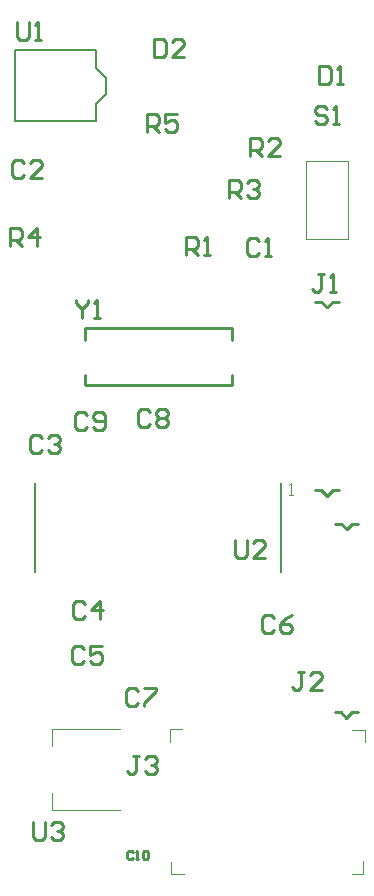
<source format=gto>
%FSLAX44Y44*%
%MOMM*%
G71*
G01*
G75*
G04 Layer_Color=65535*
%ADD10R,2.0000X3.1000*%
%ADD11R,2.0000X0.8400*%
%ADD12R,5.5000X1.5000*%
%ADD13R,0.6000X0.9000*%
%ADD14R,0.9000X0.6000*%
%ADD15R,0.6000X2.0000*%
%ADD16R,1.6000X2.1800*%
%ADD17C,1.0000*%
%ADD18C,0.2540*%
%ADD19C,0.5000*%
%ADD20C,0.4000*%
%ADD21C,0.3000*%
%ADD22C,1.7000*%
%ADD23C,3.0000*%
%ADD24C,2.0000*%
%ADD25R,2.0000X2.0000*%
%ADD26C,1.6000*%
%ADD27C,1.5000*%
%ADD28C,1.2700*%
%ADD29C,0.1000*%
%ADD30C,0.2000*%
D18*
X323320Y953900D02*
X448370D01*
X323320D02*
Y962900D01*
X448370Y953900D02*
Y962900D01*
X323320Y1001900D02*
X448370D01*
X323320Y991900D02*
Y1001900D01*
X448370Y991900D02*
Y1001900D01*
X523382Y864730D02*
X528320Y859792D01*
X518445Y864730D02*
X523382D01*
X528320Y859792D02*
X533257Y864730D01*
X538195D01*
X523508Y1024730D02*
X528445Y1019793D01*
X518570Y1024730D02*
X523508D01*
X528445Y1019793D02*
X533383Y1024730D01*
X538320D01*
X539892Y676770D02*
X544830Y671833D01*
X534955Y676770D02*
X539892D01*
X544830Y671833D02*
X549767Y676770D01*
X554705D01*
X540018Y836770D02*
X544955Y831833D01*
X535080Y836770D02*
X540018D01*
X544955Y831833D02*
X549893Y836770D01*
X554830D01*
X369567Y640075D02*
X364488D01*
X367028D01*
Y627379D01*
X364488Y624840D01*
X361949D01*
X359410Y627379D01*
X374645Y637536D02*
X377184Y640075D01*
X382263D01*
X384802Y637536D01*
Y634997D01*
X382263Y632458D01*
X379723D01*
X382263D01*
X384802Y629918D01*
Y627379D01*
X382263Y624840D01*
X377184D01*
X374645Y627379D01*
X279400Y584195D02*
Y571499D01*
X281939Y568960D01*
X287017D01*
X289557Y571499D01*
Y584195D01*
X294635Y581656D02*
X297174Y584195D01*
X302253D01*
X304792Y581656D01*
Y579117D01*
X302253Y576577D01*
X299713D01*
X302253D01*
X304792Y574038D01*
Y571499D01*
X302253Y568960D01*
X297174D01*
X294635Y571499D01*
X315468Y1025901D02*
Y1023362D01*
X320546Y1018283D01*
X325625Y1023362D01*
Y1025901D01*
X320546Y1018283D02*
Y1010666D01*
X330703D02*
X335781D01*
X333242D01*
Y1025901D01*
X330703Y1023362D01*
X521970Y1224275D02*
Y1209040D01*
X529588D01*
X532127Y1211579D01*
Y1221736D01*
X529588Y1224275D01*
X521970D01*
X537205Y1209040D02*
X542283D01*
X539744D01*
Y1224275D01*
X537205Y1221736D01*
X528317Y1187446D02*
X525778Y1189985D01*
X520699D01*
X518160Y1187446D01*
Y1184907D01*
X520699Y1182367D01*
X525778D01*
X528317Y1179828D01*
Y1177289D01*
X525778Y1174750D01*
X520699D01*
X518160Y1177289D01*
X533395Y1174750D02*
X538473D01*
X535934D01*
Y1189985D01*
X533395Y1187446D01*
X450850Y822955D02*
Y810259D01*
X453389Y807720D01*
X458467D01*
X461007Y810259D01*
Y822955D01*
X476242Y807720D02*
X466085D01*
X476242Y817877D01*
Y820416D01*
X473703Y822955D01*
X468624D01*
X466085Y820416D01*
X375920Y1168400D02*
Y1183635D01*
X383537D01*
X386077Y1181096D01*
Y1176018D01*
X383537Y1173478D01*
X375920D01*
X380998D02*
X386077Y1168400D01*
X401312Y1183635D02*
X391155D01*
Y1176018D01*
X396233Y1178557D01*
X398773D01*
X401312Y1176018D01*
Y1170939D01*
X398773Y1168400D01*
X393694D01*
X391155Y1170939D01*
X260350Y1071880D02*
Y1087115D01*
X267967D01*
X270507Y1084576D01*
Y1079498D01*
X267967Y1076958D01*
X260350D01*
X265428D02*
X270507Y1071880D01*
X283203D02*
Y1087115D01*
X275585Y1079498D01*
X285742D01*
X445262Y1112266D02*
Y1127501D01*
X452879D01*
X455419Y1124962D01*
Y1119883D01*
X452879Y1117344D01*
X445262D01*
X450340D02*
X455419Y1112266D01*
X460497Y1124962D02*
X463036Y1127501D01*
X468115D01*
X470654Y1124962D01*
Y1122423D01*
X468115Y1119883D01*
X465575D01*
X468115D01*
X470654Y1117344D01*
Y1114805D01*
X468115Y1112266D01*
X463036D01*
X460497Y1114805D01*
X463550Y1148080D02*
Y1163315D01*
X471167D01*
X473707Y1160776D01*
Y1155697D01*
X471167Y1153158D01*
X463550D01*
X468628D02*
X473707Y1148080D01*
X488942D02*
X478785D01*
X488942Y1158237D01*
Y1160776D01*
X486403Y1163315D01*
X481324D01*
X478785Y1160776D01*
X408940Y1064260D02*
Y1079495D01*
X416558D01*
X419097Y1076956D01*
Y1071878D01*
X416558Y1069338D01*
X408940D01*
X414018D02*
X419097Y1064260D01*
X424175D02*
X429253D01*
X426714D01*
Y1079495D01*
X424175Y1076956D01*
X509267Y711195D02*
X504188D01*
X506727D01*
Y698499D01*
X504188Y695960D01*
X501649D01*
X499110Y698499D01*
X524502Y695960D02*
X514345D01*
X524502Y706117D01*
Y708656D01*
X521963Y711195D01*
X516884D01*
X514345Y708656D01*
X525777Y1047745D02*
X520698D01*
X523237D01*
Y1035049D01*
X520698Y1032510D01*
X518159D01*
X515620Y1035049D01*
X530855Y1032510D02*
X535933D01*
X533394D01*
Y1047745D01*
X530855Y1045206D01*
X382270Y1246627D02*
Y1231392D01*
X389888D01*
X392427Y1233931D01*
Y1244088D01*
X389888Y1246627D01*
X382270D01*
X407662Y1231392D02*
X397505D01*
X407662Y1241549D01*
Y1244088D01*
X405123Y1246627D01*
X400044D01*
X397505Y1244088D01*
X364075Y558282D02*
X362909Y559448D01*
X360576D01*
X359410Y558282D01*
Y553616D01*
X360576Y552450D01*
X362909D01*
X364075Y553616D01*
X366408Y552450D02*
X368740D01*
X367574D01*
Y559448D01*
X366408Y558282D01*
X372239D02*
X373405Y559448D01*
X375738D01*
X376904Y558282D01*
Y553616D01*
X375738Y552450D01*
X373405D01*
X372239Y553616D01*
Y558282D01*
X325117Y928366D02*
X322578Y930905D01*
X317499D01*
X314960Y928366D01*
Y918209D01*
X317499Y915670D01*
X322578D01*
X325117Y918209D01*
X330195D02*
X332734Y915670D01*
X337813D01*
X340352Y918209D01*
Y928366D01*
X337813Y930905D01*
X332734D01*
X330195Y928366D01*
Y925827D01*
X332734Y923288D01*
X340352D01*
X378457Y930906D02*
X375918Y933445D01*
X370839D01*
X368300Y930906D01*
Y920749D01*
X370839Y918210D01*
X375918D01*
X378457Y920749D01*
X383535Y930906D02*
X386074Y933445D01*
X391153D01*
X393692Y930906D01*
Y928367D01*
X391153Y925827D01*
X393692Y923288D01*
Y920749D01*
X391153Y918210D01*
X386074D01*
X383535Y920749D01*
Y923288D01*
X386074Y925827D01*
X383535Y928367D01*
Y930906D01*
X386074Y925827D02*
X391153D01*
X368297Y694686D02*
X365757Y697225D01*
X360679D01*
X358140Y694686D01*
Y684529D01*
X360679Y681990D01*
X365757D01*
X368297Y684529D01*
X373375Y697225D02*
X383532D01*
Y694686D01*
X373375Y684529D01*
Y681990D01*
X483867Y756916D02*
X481328Y759455D01*
X476249D01*
X473710Y756916D01*
Y746759D01*
X476249Y744220D01*
X481328D01*
X483867Y746759D01*
X499102Y759455D02*
X494023Y756916D01*
X488945Y751837D01*
Y746759D01*
X491484Y744220D01*
X496563D01*
X499102Y746759D01*
Y749298D01*
X496563Y751837D01*
X488945D01*
X322577Y730246D02*
X320037Y732785D01*
X314959D01*
X312420Y730246D01*
Y720089D01*
X314959Y717550D01*
X320037D01*
X322577Y720089D01*
X337812Y732785D02*
X327655D01*
Y725167D01*
X332733Y727707D01*
X335273D01*
X337812Y725167D01*
Y720089D01*
X335273Y717550D01*
X330194D01*
X327655Y720089D01*
X323847Y768346D02*
X321307Y770885D01*
X316229D01*
X313690Y768346D01*
Y758189D01*
X316229Y755650D01*
X321307D01*
X323847Y758189D01*
X336543Y755650D02*
Y770885D01*
X328925Y763268D01*
X339082D01*
X287017Y909316D02*
X284478Y911855D01*
X279399D01*
X276860Y909316D01*
Y899159D01*
X279399Y896620D01*
X284478D01*
X287017Y899159D01*
X292095Y909316D02*
X294634Y911855D01*
X299713D01*
X302252Y909316D01*
Y906777D01*
X299713Y904238D01*
X297173D01*
X299713D01*
X302252Y901698D01*
Y899159D01*
X299713Y896620D01*
X294634D01*
X292095Y899159D01*
X271777Y1141726D02*
X269237Y1144265D01*
X264159D01*
X261620Y1141726D01*
Y1131569D01*
X264159Y1129030D01*
X269237D01*
X271777Y1131569D01*
X287012Y1129030D02*
X276855D01*
X287012Y1139187D01*
Y1141726D01*
X284473Y1144265D01*
X279394D01*
X276855Y1141726D01*
X471167Y1075686D02*
X468628Y1078225D01*
X463549D01*
X461010Y1075686D01*
Y1065529D01*
X463549Y1062990D01*
X468628D01*
X471167Y1065529D01*
X476245Y1062990D02*
X481323D01*
X478784D01*
Y1078225D01*
X476245Y1075686D01*
X265762Y1261183D02*
Y1248487D01*
X268301Y1245948D01*
X273380D01*
X275919Y1248487D01*
Y1261183D01*
X280997Y1245948D02*
X286076D01*
X283536D01*
Y1261183D01*
X280997Y1258644D01*
D29*
X396290Y539980D02*
X407290D01*
X396290D02*
Y549980D01*
X549290Y661980D02*
X560290D01*
Y651980D02*
Y661980D01*
X559290Y539980D02*
Y550980D01*
X549290Y539980D02*
X559290D01*
X395290Y662980D02*
X405290D01*
X395290Y651980D02*
Y662980D01*
X295910Y594360D02*
Y608650D01*
Y594360D02*
X353060D01*
X295910Y662940D02*
X353060D01*
X295910Y648650D02*
Y662940D01*
X545820Y1077690D02*
Y1143690D01*
X510820Y1077690D02*
Y1143690D01*
X545820D01*
X510820Y1077690D02*
X545820D01*
X496570Y861060D02*
X499902D01*
X498236D01*
Y871057D01*
X496570Y869391D01*
D30*
X281330Y795720D02*
Y870720D01*
X489830Y795720D02*
Y870720D01*
X333100Y1177340D02*
Y1192340D01*
X341100Y1200340D01*
X333100Y1222340D02*
Y1237340D01*
Y1222340D02*
X341100Y1214340D01*
X264100Y1177340D02*
X333100D01*
X264100D02*
Y1237340D01*
X333100D01*
X341100Y1200340D02*
Y1214340D01*
M02*

</source>
